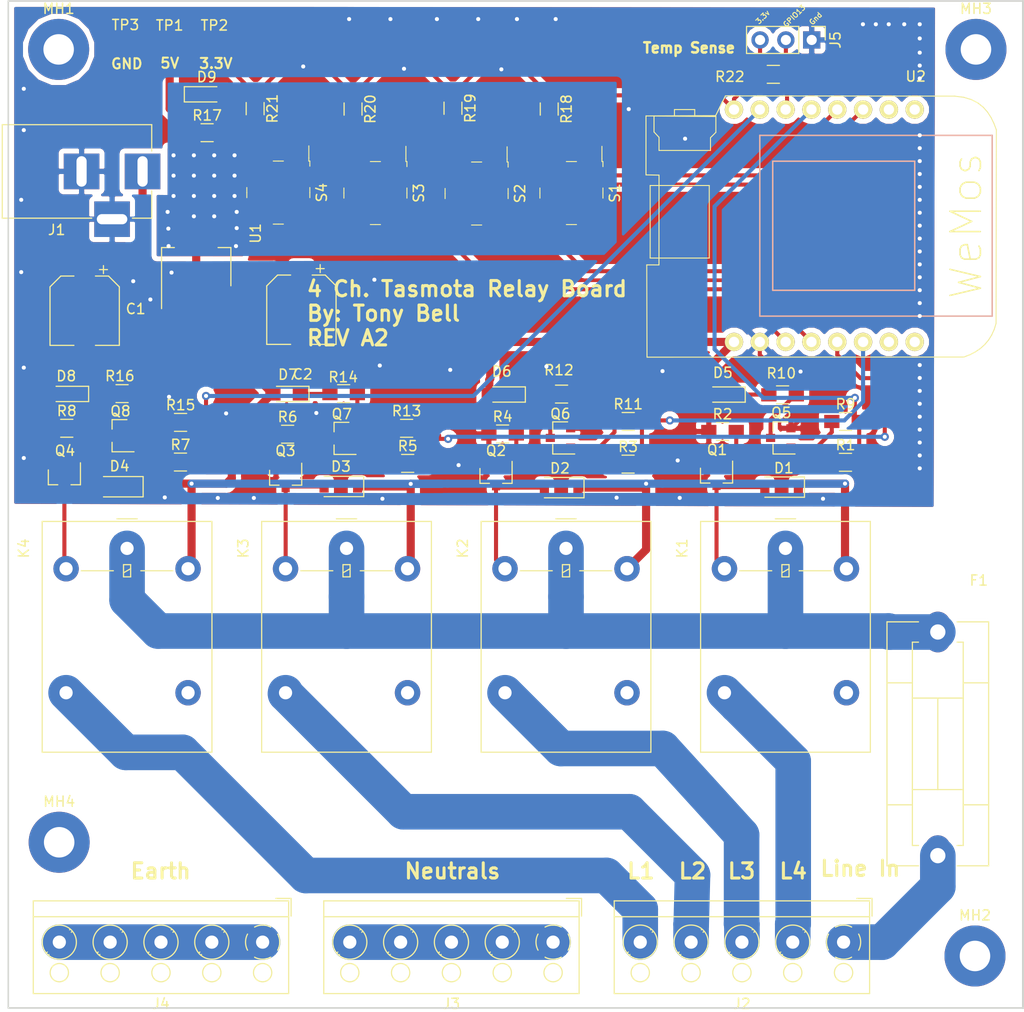
<source format=kicad_pcb>
(kicad_pcb (version 20171130) (host pcbnew "(5.0.0)")
  (layers (0 F.Cu signal) (31 B.Cu signal) (34 B.Paste user) (35 F.Paste user) (36 B.SilkS user) (37 F.SilkS user) (38 B.Mask user) (39 F.Mask user) (44 Edge.Cuts user))
  (net 0 "")
  (net 1 +5V)
  (net 2 GND)
  (net 3 "Net-(D1-Pad2)")
  (net 4 "Net-(Q1-Pad1)")
  (net 5 "Net-(D2-Pad2)")
  (net 6 "Net-(D3-Pad2)")
  (net 7 "Net-(D4-Pad2)")
  (net 8 "Net-(Q2-Pad1)")
  (net 9 "Net-(Q3-Pad1)")
  (net 10 "Net-(Q4-Pad1)")
  (net 11 Relay1)
  (net 12 Relay2)
  (net 13 Relay3)
  (net 14 Relay4)
  (net 15 L1)
  (net 16 LineIN)
  (net 17 L2)
  (net 18 L3)
  (net 19 L4)
  (net 20 Neutral)
  (net 21 Earth)
  (net 22 "Net-(K1-Pad4)")
  (net 23 "Net-(K2-Pad4)")
  (net 24 "Net-(K3-Pad4)")
  (net 25 "Net-(K4-Pad4)")
  (net 26 "Net-(U2-Pad8)")
  (net 27 "Net-(U2-Pad7)")
  (net 28 "Net-(U2-Pad10)")
  (net 29 "Net-(U2-Pad9)")
  (net 30 AC)
  (net 31 "Net-(Q8-Pad1)")
  (net 32 "Net-(D7-Pad1)")
  (net 33 "Net-(Q7-Pad3)")
  (net 34 "Net-(Q8-Pad3)")
  (net 35 "Net-(D8-Pad1)")
  (net 36 "Net-(Q5-Pad1)")
  (net 37 "Net-(Q5-Pad3)")
  (net 38 "Net-(D5-Pad1)")
  (net 39 "Net-(Q6-Pad1)")
  (net 40 "Net-(Q6-Pad3)")
  (net 41 "Net-(D6-Pad1)")
  (net 42 "Net-(Q7-Pad1)")
  (net 43 "Net-(D9-Pad2)")
  (net 44 /DC_IN)
  (net 45 "Net-(R19-Pad2)")
  (net 46 SW2)
  (net 47 SW0)
  (net 48 "Net-(R18-Pad2)")
  (net 49 "Net-(R21-Pad2)")
  (net 50 SW16)
  (net 51 SW14)
  (net 52 "Net-(R20-Pad2)")
  (net 53 +3V3)
  (net 54 OneWire)
  (net 55 "Net-(S4-Pad1)")
  (net 56 "Net-(S3-Pad1)")
  (net 57 "Net-(S2-Pad1)")
  (net 58 "Net-(S1-Pad1)")
  (module Measurement_Points:Measurement_Point_Round-SMD-Pad_Small (layer F.Cu) (at 101.30536 36.91128)
    (fp_text reference TP2 (at 0 -2) (layer F.SilkS))
    (fp_text value 3.3V)
    (pad 1 smd circle (at 0 0) (size 1.5 1.5) (layers F.Cu F.Mask) (net 53 +3V3))
  )
  (module Mounting_Holes:MountingHole_3mm_Pad (layer F.Cu) (at 86.0298 115.27028)
    (fp_text reference MH4 (at 0 -4) (layer F.SilkS))
    (fp_text value MountingHole)
    (pad 1 thru_hole circle (at 0 0) (size 6 6) (drill 3) (layers *.Cu *.Mask))
  )
  (module Mounting_Holes:MountingHole_3mm_Pad (layer F.Cu) (at 85.979 37.27196)
    (fp_text reference MH1 (at 0 -4) (layer F.SilkS))
    (fp_text value MountingHole)
    (pad 1 thru_hole circle (at 0 0) (size 6 6) (drill 3) (layers *.Cu *.Mask))
  )
  (module Mounting_Holes:MountingHole_3mm_Pad (layer F.Cu) (at 176.1236 126.45644)
    (fp_text reference MH2 (at 0 -4) (layer F.SilkS))
    (fp_text value MountingHole)
    (pad 1 thru_hole circle (at 0 0) (size 6 6) (drill 3) (layers *.Cu *.Mask))
  )
  (module Mounting_Holes:MountingHole_3mm_Pad (layer F.Cu) (at 176.22012 37.27196)
    (fp_text reference MH3 (at 0 -4) (layer F.SilkS))
    (fp_text value MountingHole)
    (pad 1 thru_hole circle (at 0 0) (size 6 6) (drill 3) (layers *.Cu *.Mask))
  )
  (module Measurement_Points:Measurement_Point_Round-SMD-Pad_Small (layer F.Cu) (at 92.55252 36.86556)
    (fp_text reference TP3 (at 0 -2) (layer F.SilkS))
    (fp_text value GND)
    (pad 1 smd circle (at 0 0) (size 1.5 1.5) (layers F.Cu F.Mask) (net 2 GND))
  )
  (module Measurement_Points:Measurement_Point_Round-SMD-Pad_Small (layer F.Cu) (at 96.901 36.91128)
    (fp_text reference TP1 (at 0 -2) (layer F.SilkS))
    (fp_text value 5V)
    (pad 1 smd circle (at 0 0) (size 1.5 1.5) (layers F.Cu F.Mask) (net 1 +5V))
  )
  (module Package_TO_SOT_SMD:SOT-23 (layer F.Cu) (at 113.83264 75.5396 180)
    (fp_text reference Q7 (at 0 2.39268) (layer F.SilkS))
    (fp_text value 2N7002)
    (pad 3 smd rect (at 1 0 180) (size 0.9 0.8) (layers F.Cu F.Paste F.Mask) (net 33 "Net-(Q7-Pad3)"))
    (pad 2 smd rect (at -1 0.95 180) (size 0.9 0.8) (layers F.Cu F.Paste F.Mask) (net 2 GND))
    (pad 1 smd rect (at -1 -0.95 180) (size 0.9 0.8) (layers F.Cu F.Paste F.Mask) (net 42 "Net-(Q7-Pad1)"))
  )
  (module Resistors_SMD:R_0805_HandSoldering (layer F.Cu) (at 120.20804 74.549)
    (fp_text reference R13 (at 0 -1.7) (layer F.SilkS))
    (fp_text value 1K)
    (pad 1 smd rect (at -1.35 0) (size 1.5 1.3) (layers F.Cu F.Paste F.Mask) (net 42 "Net-(Q7-Pad1)"))
    (pad 2 smd rect (at 1.35 0) (size 1.5 1.3) (layers F.Cu F.Paste F.Mask) (net 13 Relay3))
  )
  (module Resistors_SMD:R_0805_HandSoldering (layer F.Cu) (at 108.50372 75.12812)
    (fp_text reference R6 (at 0 -1.7) (layer F.SilkS))
    (fp_text value 10K)
    (pad 1 smd rect (at -1.35 0) (size 1.5 1.3) (layers F.Cu F.Paste F.Mask) (net 2 GND))
    (pad 2 smd rect (at 1.35 0) (size 1.5 1.3) (layers F.Cu F.Paste F.Mask) (net 9 "Net-(Q3-Pad1)"))
  )
  (module Resistors_SMD:R_0805_HandSoldering (layer F.Cu) (at 114.01552 71.13524 180)
    (fp_text reference R14 (at 0.04572 1.62052 180) (layer F.SilkS))
    (fp_text value 1K)
    (pad 1 smd rect (at -1.35 0 180) (size 1.5 1.3) (layers F.Cu F.Paste F.Mask) (net 33 "Net-(Q7-Pad3)"))
    (pad 2 smd rect (at 1.35 0 180) (size 1.5 1.3) (layers F.Cu F.Paste F.Mask) (net 32 "Net-(D7-Pad1)"))
  )
  (module LEDs:LED_0805_HandSoldering (layer F.Cu) (at 108.4072 71.16572 180)
    (fp_text reference D7 (at -0.13716 1.89992 180) (layer F.SilkS))
    (fp_text value LED)
    (pad 1 smd rect (at -1.35 0 180) (size 1.5 1.3) (layers F.Cu F.Paste F.Mask) (net 32 "Net-(D7-Pad1)"))
    (pad 2 smd rect (at 1.35 0 180) (size 1.5 1.3) (layers F.Cu F.Paste F.Mask) (net 1 +5V))
  )
  (module Resistors_SMD:R_0805_HandSoldering (layer F.Cu) (at 120.31472 77.99832)
    (fp_text reference R5 (at 0 -1.7) (layer F.SilkS))
    (fp_text value 1K)
    (pad 1 smd rect (at -1.35 0) (size 1.5 1.3) (layers F.Cu F.Paste F.Mask) (net 9 "Net-(Q3-Pad1)"))
    (pad 2 smd rect (at 1.35 0) (size 1.5 1.3) (layers F.Cu F.Paste F.Mask) (net 13 Relay3))
  )
  (module Diodes_SMD:D_SOD-123 (layer F.Cu) (at 113.7412 80.26908 180)
    (fp_text reference D3 (at -0.01016 1.96088 180) (layer F.SilkS))
    (fp_text value 1N4148)
    (pad 1 smd rect (at -1.65 0 180) (size 0.9 1.2) (layers F.Cu F.Paste F.Mask) (net 1 +5V))
    (pad 2 smd rect (at 1.65 0 180) (size 0.9 1.2) (layers F.Cu F.Paste F.Mask) (net 6 "Net-(D3-Pad2)"))
  )
  (module Package_TO_SOT_SMD:SOT-23 (layer F.Cu) (at 108.31068 79.38008 270)
    (fp_text reference Q3 (at -2.6162 0.02032) (layer F.SilkS))
    (fp_text value 2N7002)
    (pad 3 smd rect (at 1 0 270) (size 0.9 0.8) (layers F.Cu F.Paste F.Mask) (net 6 "Net-(D3-Pad2)"))
    (pad 2 smd rect (at -1 0.95 270) (size 0.9 0.8) (layers F.Cu F.Paste F.Mask) (net 2 GND))
    (pad 1 smd rect (at -1 -0.95 270) (size 0.9 0.8) (layers F.Cu F.Paste F.Mask) (net 9 "Net-(Q3-Pad1)"))
  )
  (module LEDs:LED_0805_HandSoldering (layer F.Cu) (at 86.72576 71.16572 180)
    (fp_text reference D8 (at 0 1.75768 180) (layer F.SilkS))
    (fp_text value LED)
    (pad 1 smd rect (at -1.35 0 180) (size 1.5 1.3) (layers F.Cu F.Paste F.Mask) (net 35 "Net-(D8-Pad1)"))
    (pad 2 smd rect (at 1.35 0 180) (size 1.5 1.3) (layers F.Cu F.Paste F.Mask) (net 1 +5V))
  )
  (module LEDs:LED_0805_HandSoldering (layer F.Cu) (at 100.54336 41.69156)
    (fp_text reference D9 (at 0 -1.7) (layer F.SilkS))
    (fp_text value LED)
    (pad 1 smd rect (at -1.35 0) (size 1.5 1.3) (layers F.Cu F.Paste F.Mask) (net 2 GND))
    (pad 2 smd rect (at 1.35 0) (size 1.5 1.3) (layers F.Cu F.Paste F.Mask) (net 43 "Net-(D9-Pad2)"))
  )
  (module digikey-footprints:Switch_Tactile_SMD_6x6mm_PTS645 (layer F.Cu) (at 136.4234 51.40452 270)
    (fp_text reference S1 (at 0 -4.27 270) (layer F.SilkS))
    (fp_text value PTS645SM43SMTR92_LFS)
    (pad 4 smd rect (at 3.975 2.25 270) (size 1.55 1.3) (layers F.Cu F.Paste F.Mask) (net 47 SW0))
    (pad 3 smd rect (at -3.975 2.25 270) (size 1.55 1.3) (layers F.Cu F.Paste F.Mask) (net 48 "Net-(R18-Pad2)"))
    (pad 2 smd rect (at 3.975 -2.25 270) (size 1.55 1.3) (layers F.Cu F.Paste F.Mask) (net 2 GND))
    (pad 1 smd rect (at -3.975 -2.25 270) (size 1.55 1.3) (layers F.Cu F.Paste F.Mask) (net 58 "Net-(S1-Pad1)"))
  )
  (module Diodes_SMD:D_SOD-123 (layer F.Cu) (at 157.099 80.33004 180)
    (fp_text reference D1 (at -0.22352 1.86436 180) (layer F.SilkS))
    (fp_text value 1N4148)
    (pad 1 smd rect (at -1.65 0 180) (size 0.9 1.2) (layers F.Cu F.Paste F.Mask) (net 1 +5V))
    (pad 2 smd rect (at 1.65 0 180) (size 0.9 1.2) (layers F.Cu F.Paste F.Mask) (net 3 "Net-(D1-Pad2)"))
  )
  (module Diodes_SMD:D_SOD-123 (layer F.Cu) (at 135.41248 80.38084 180)
    (fp_text reference D2 (at 0.11684 1.89992 180) (layer F.SilkS))
    (fp_text value 1N4148)
    (pad 1 smd rect (at -1.65 0 180) (size 0.9 1.2) (layers F.Cu F.Paste F.Mask) (net 1 +5V))
    (pad 2 smd rect (at 1.65 0 180) (size 0.9 1.2) (layers F.Cu F.Paste F.Mask) (net 5 "Net-(D2-Pad2)"))
  )
  (module Diodes_SMD:D_SOD-123 (layer F.Cu) (at 92.03944 80.29448 180)
    (fp_text reference D4 (at 0.07112 2.02184 180) (layer F.SilkS))
    (fp_text value 1N4148)
    (pad 1 smd rect (at -1.65 0 180) (size 0.9 1.2) (layers F.Cu F.Paste F.Mask) (net 1 +5V))
    (pad 2 smd rect (at 1.65 0 180) (size 0.9 1.2) (layers F.Cu F.Paste F.Mask) (net 7 "Net-(D4-Pad2)"))
  )
  (module digikey-footprints:Switch_Tactile_SMD_6x6mm_PTS645 (layer F.Cu) (at 117.13972 51.40452 270)
    (fp_text reference S3 (at 0 -4.27 270) (layer F.SilkS))
    (fp_text value PTS645SM43SMTR92_LFS)
    (pad 4 smd rect (at 3.975 2.25 270) (size 1.55 1.3) (layers F.Cu F.Paste F.Mask) (net 51 SW14))
    (pad 3 smd rect (at -3.975 2.25 270) (size 1.55 1.3) (layers F.Cu F.Paste F.Mask) (net 52 "Net-(R20-Pad2)"))
    (pad 2 smd rect (at 3.975 -2.25 270) (size 1.55 1.3) (layers F.Cu F.Paste F.Mask) (net 2 GND))
    (pad 1 smd rect (at -3.975 -2.25 270) (size 1.55 1.3) (layers F.Cu F.Paste F.Mask) (net 56 "Net-(S3-Pad1)"))
  )
  (module digikey-footprints:Switch_Tactile_SMD_6x6mm_PTS645 (layer F.Cu) (at 107.58932 51.3588 270)
    (fp_text reference S4 (at 0 -4.27 270) (layer F.SilkS))
    (fp_text value PTS645SM43SMTR92_LFS)
    (pad 4 smd rect (at 3.975 2.25 270) (size 1.55 1.3) (layers F.Cu F.Paste F.Mask) (net 50 SW16))
    (pad 3 smd rect (at -3.975 2.25 270) (size 1.55 1.3) (layers F.Cu F.Paste F.Mask) (net 49 "Net-(R21-Pad2)"))
    (pad 2 smd rect (at 3.975 -2.25 270) (size 1.55 1.3) (layers F.Cu F.Paste F.Mask) (net 2 GND))
    (pad 1 smd rect (at -3.975 -2.25 270) (size 1.55 1.3) (layers F.Cu F.Paste F.Mask) (net 55 "Net-(S4-Pad1)"))
  )
  (module digikey-footprints:Switch_Tactile_SMD_6x6mm_PTS645 (layer F.Cu) (at 127.09652 51.45024 270)
    (fp_text reference S2 (at 0 -4.27 270) (layer F.SilkS))
    (fp_text value PTS645SM43SMTR92_LFS)
    (pad 4 smd rect (at 3.975 2.25 270) (size 1.55 1.3) (layers F.Cu F.Paste F.Mask) (net 46 SW2))
    (pad 3 smd rect (at -3.975 2.25 270) (size 1.55 1.3) (layers F.Cu F.Paste F.Mask) (net 45 "Net-(R19-Pad2)"))
    (pad 2 smd rect (at 3.975 -2.25 270) (size 1.55 1.3) (layers F.Cu F.Paste F.Mask) (net 2 GND))
    (pad 1 smd rect (at -3.975 -2.25 270) (size 1.55 1.3) (layers F.Cu F.Paste F.Mask) (net 57 "Net-(S2-Pad1)"))
  )
  (module Fuse_Holders_and_Fuses:Fuseholder5x20_horiz_SemiClosed_Casing10x25mm (layer F.Cu) (at 172.466 116.586 90)
    (fp_text reference F1 (at 27.07132 4.02844 180) (layer F.SilkS))
    (fp_text value "Fuse 5A")
    (pad 2 thru_hole oval (at 22 0) (size 2.5 4) (drill 1.5) (layers *.Cu *.Mask) (net 16 LineIN))
    (pad 1 thru_hole oval (at 0 0) (size 2.5 4) (drill 1.5) (layers *.Cu *.Mask) (net 30 AC))
  )
  (module Connectors:BARREL_JACK (layer F.Cu) (at 94.234 49.276)
    (fp_text reference J1 (at -8.45 5.75 -180) (layer F.SilkS))
    (fp_text value Barrel_Jack_Switch)
    (pad 1 thru_hole rect (at 0 0) (size 3.5 3.5) (drill oval 1 3) (layers *.Cu *.Mask) (net 44 /DC_IN))
    (pad 2 thru_hole rect (at -6 0) (size 3.5 3.5) (drill oval 1 3) (layers *.Cu *.Mask) (net 2 GND))
    (pad 3 thru_hole rect (at -3 4.7) (size 3.5 3.5) (drill oval 3 1) (layers *.Cu *.Mask) (net 2 GND))
  )
  (module LEDs:LED_0805_HandSoldering (layer F.Cu) (at 151.32304 71.22668 180)
    (fp_text reference D5 (at 0.00508 2.14884 180) (layer F.SilkS))
    (fp_text value LED)
    (pad 1 smd rect (at -1.35 0 180) (size 1.5 1.3) (layers F.Cu F.Paste F.Mask) (net 38 "Net-(D5-Pad1)"))
    (pad 2 smd rect (at 1.35 0 180) (size 1.5 1.3) (layers F.Cu F.Paste F.Mask) (net 1 +5V))
  )
  (module LEDs:LED_0805_HandSoldering (layer F.Cu) (at 129.6924 71.2216 180)
    (fp_text reference D6 (at 0.127 2.26568 180) (layer F.SilkS))
    (fp_text value LED)
    (pad 1 smd rect (at -1.35 0 180) (size 1.5 1.3) (layers F.Cu F.Paste F.Mask) (net 41 "Net-(D6-Pad1)"))
    (pad 2 smd rect (at 1.35 0 180) (size 1.5 1.3) (layers F.Cu F.Paste F.Mask) (net 1 +5V))
  )
  (module Resistors_SMD:R_0805_HandSoldering (layer F.Cu) (at 163.38296 77.89164)
    (fp_text reference R1 (at 0 -1.7) (layer F.SilkS))
    (fp_text value 1K)
    (pad 1 smd rect (at -1.35 0) (size 1.5 1.3) (layers F.Cu F.Paste F.Mask) (net 4 "Net-(Q1-Pad1)"))
    (pad 2 smd rect (at 1.35 0) (size 1.5 1.3) (layers F.Cu F.Paste F.Mask) (net 11 Relay1))
  )
  (module Resistors_SMD:R_0805_HandSoldering (layer F.Cu) (at 151.28748 74.85888)
    (fp_text reference R2 (at 0 -1.7) (layer F.SilkS))
    (fp_text value 10K)
    (pad 1 smd rect (at -1.35 0) (size 1.5 1.3) (layers F.Cu F.Paste F.Mask) (net 2 GND))
    (pad 2 smd rect (at 1.35 0) (size 1.5 1.3) (layers F.Cu F.Paste F.Mask) (net 4 "Net-(Q1-Pad1)"))
  )
  (module Resistors_SMD:R_0805_HandSoldering (layer F.Cu) (at 141.99744 78.06944)
    (fp_text reference R3 (at 0 -1.7) (layer F.SilkS))
    (fp_text value 1K)
    (pad 1 smd rect (at -1.35 0) (size 1.5 1.3) (layers F.Cu F.Paste F.Mask) (net 8 "Net-(Q2-Pad1)"))
    (pad 2 smd rect (at 1.35 0) (size 1.5 1.3) (layers F.Cu F.Paste F.Mask) (net 12 Relay2))
  )
  (module Resistors_SMD:R_0805_HandSoldering (layer F.Cu) (at 129.65176 75.10272)
    (fp_text reference R4 (at 0 -1.7) (layer F.SilkS))
    (fp_text value 10K)
    (pad 1 smd rect (at -1.35 0) (size 1.5 1.3) (layers F.Cu F.Paste F.Mask) (net 2 GND))
    (pad 2 smd rect (at 1.35 0) (size 1.5 1.3) (layers F.Cu F.Paste F.Mask) (net 8 "Net-(Q2-Pad1)"))
  )
  (module Resistors_SMD:R_0805_HandSoldering (layer F.Cu) (at 97.96272 77.86624)
    (fp_text reference R7 (at 0 -1.7) (layer F.SilkS))
    (fp_text value 1K)
    (pad 1 smd rect (at -1.35 0) (size 1.5 1.3) (layers F.Cu F.Paste F.Mask) (net 10 "Net-(Q4-Pad1)"))
    (pad 2 smd rect (at 1.35 0) (size 1.5 1.3) (layers F.Cu F.Paste F.Mask) (net 14 Relay4))
  )
  (module Resistors_SMD:R_0805_HandSoldering (layer F.Cu) (at 86.77656 74.54392)
    (fp_text reference R8 (at 0 -1.7) (layer F.SilkS))
    (fp_text value 10K)
    (pad 1 smd rect (at -1.35 0) (size 1.5 1.3) (layers F.Cu F.Paste F.Mask) (net 2 GND))
    (pad 2 smd rect (at 1.35 0) (size 1.5 1.3) (layers F.Cu F.Paste F.Mask) (net 10 "Net-(Q4-Pad1)"))
  )
  (module Resistors_SMD:R_0805_HandSoldering (layer F.Cu) (at 163.38804 73.87336)
    (fp_text reference R9 (at 0 -1.7) (layer F.SilkS))
    (fp_text value 1K)
    (pad 1 smd rect (at -1.35 0) (size 1.5 1.3) (layers F.Cu F.Paste F.Mask) (net 36 "Net-(Q5-Pad1)"))
    (pad 2 smd rect (at 1.35 0) (size 1.5 1.3) (layers F.Cu F.Paste F.Mask) (net 11 Relay1))
  )
  (module Resistors_SMD:R_0805_HandSoldering (layer F.Cu) (at 157.19552 71.25208 180)
    (fp_text reference R10 (at 0.127 2.11836 180) (layer F.SilkS))
    (fp_text value 1K)
    (pad 1 smd rect (at -1.35 0 180) (size 1.5 1.3) (layers F.Cu F.Paste F.Mask) (net 37 "Net-(Q5-Pad3)"))
    (pad 2 smd rect (at 1.35 0 180) (size 1.5 1.3) (layers F.Cu F.Paste F.Mask) (net 38 "Net-(D5-Pad1)"))
  )
  (module Resistors_SMD:R_0805_HandSoldering (layer F.Cu) (at 142.0114 73.87336)
    (fp_text reference R11 (at 0 -1.7) (layer F.SilkS))
    (fp_text value 1K)
    (pad 1 smd rect (at -1.35 0) (size 1.5 1.3) (layers F.Cu F.Paste F.Mask) (net 39 "Net-(Q6-Pad1)"))
    (pad 2 smd rect (at 1.35 0) (size 1.5 1.3) (layers F.Cu F.Paste F.Mask) (net 12 Relay2))
  )
  (module Resistors_SMD:R_0805_HandSoldering (layer F.Cu) (at 135.45312 71.18096 180)
    (fp_text reference R12 (at 0.26416 2.35712 180) (layer F.SilkS))
    (fp_text value 1K)
    (pad 1 smd rect (at -1.35 0 180) (size 1.5 1.3) (layers F.Cu F.Paste F.Mask) (net 40 "Net-(Q6-Pad3)"))
    (pad 2 smd rect (at 1.35 0 180) (size 1.5 1.3) (layers F.Cu F.Paste F.Mask) (net 41 "Net-(D6-Pad1)"))
  )
  (module Resistors_SMD:R_0805_HandSoldering (layer F.Cu) (at 97.97288 73.9648)
    (fp_text reference R15 (at 0 -1.7) (layer F.SilkS))
    (fp_text value 1K)
    (pad 1 smd rect (at -1.35 0) (size 1.5 1.3) (layers F.Cu F.Paste F.Mask) (net 31 "Net-(Q8-Pad1)"))
    (pad 2 smd rect (at 1.35 0) (size 1.5 1.3) (layers F.Cu F.Paste F.Mask) (net 14 Relay4))
  )
  (module Resistors_SMD:R_0805_HandSoldering (layer F.Cu) (at 92.21724 71.13524 180)
    (fp_text reference R16 (at 0.21844 1.7272 180) (layer F.SilkS))
    (fp_text value 1K)
    (pad 1 smd rect (at -1.35 0 180) (size 1.5 1.3) (layers F.Cu F.Paste F.Mask) (net 34 "Net-(Q8-Pad3)"))
    (pad 2 smd rect (at 1.35 0 180) (size 1.5 1.3) (layers F.Cu F.Paste F.Mask) (net 35 "Net-(D8-Pad1)"))
  )
  (module Resistors_SMD:R_0805_HandSoldering (layer F.Cu) (at 100.584 45.466)
    (fp_text reference R17 (at 0 -1.7) (layer F.SilkS))
    (fp_text value 1K)
    (pad 1 smd rect (at -1.35 0) (size 1.5 1.3) (layers F.Cu F.Paste F.Mask) (net 1 +5V))
    (pad 2 smd rect (at 1.35 0) (size 1.5 1.3) (layers F.Cu F.Paste F.Mask) (net 43 "Net-(D9-Pad2)"))
  )
  (module Resistors_SMD:R_0805_HandSoldering (layer F.Cu) (at 134.239 43.13936 270)
    (fp_text reference R18 (at 0 -1.7 270) (layer F.SilkS))
    (fp_text value 1K)
    (pad 1 smd rect (at -1.35 0 270) (size 1.5 1.3) (layers F.Cu F.Paste F.Mask) (net 53 +3V3))
    (pad 2 smd rect (at 1.35 0 270) (size 1.5 1.3) (layers F.Cu F.Paste F.Mask) (net 48 "Net-(R18-Pad2)"))
  )
  (module Resistors_SMD:R_0805_HandSoldering (layer F.Cu) (at 124.76988 43.05808 270)
    (fp_text reference R19 (at 0 -1.7 270) (layer F.SilkS))
    (fp_text value 1K)
    (pad 1 smd rect (at -1.35 0 270) (size 1.5 1.3) (layers F.Cu F.Paste F.Mask) (net 53 +3V3))
    (pad 2 smd rect (at 1.35 0 270) (size 1.5 1.3) (layers F.Cu F.Paste F.Mask) (net 45 "Net-(R19-Pad2)"))
  )
  (module Resistors_SMD:R_0805_HandSoldering (layer F.Cu) (at 114.94008 43.13936 270)
    (fp_text reference R20 (at 0 -1.7 270) (layer F.SilkS))
    (fp_text value 1K)
    (pad 1 smd rect (at -1.35 0 270) (size 1.5 1.3) (layers F.Cu F.Paste F.Mask) (net 53 +3V3))
    (pad 2 smd rect (at 1.35 0 270) (size 1.5 1.3) (layers F.Cu F.Paste F.Mask) (net 52 "Net-(R20-Pad2)"))
  )
  (module Resistors_SMD:R_0805_HandSoldering (layer F.Cu) (at 105.3084 43.09872 270)
    (fp_text reference R21 (at 0 -1.7 270) (layer F.SilkS))
    (fp_text value 1K)
    (pad 1 smd rect (at -1.35 0 270) (size 1.5 1.3) (layers F.Cu F.Paste F.Mask) (net 53 +3V3))
    (pad 2 smd rect (at 1.35 0 270) (size 1.5 1.3) (layers F.Cu F.Paste F.Mask) (net 49 "Net-(R21-Pad2)"))
  )
  (module Resistors_SMD:R_0805_HandSoldering (layer F.Cu) (at 156.2862 39.7256)
    (fp_text reference R22 (at -4.28244 0.23368) (layer F.SilkS))
    (fp_text value 4.7K)
    (pad 1 smd rect (at -1.35 0) (size 1.5 1.3) (layers F.Cu F.Paste F.Mask) (net 53 +3V3))
    (pad 2 smd rect (at 1.35 0) (size 1.5 1.3) (layers F.Cu F.Paste F.Mask) (net 54 OneWire))
  )
  (module Connector_PinHeader_2.54mm:PinHeader_1x03_P2.54mm_Vertical (layer F.Cu) (at 160.06064 36.34232 270)
    (fp_text reference J5 (at 0 -2.33 270) (layer F.SilkS))
    (fp_text value Conn_01x03_Male)
    (pad 1 thru_hole rect (at 0 0 270) (size 1.7 1.7) (drill 1) (layers *.Cu *.Mask) (net 2 GND))
    (pad 2 thru_hole oval (at 0 2.54 270) (size 1.7 1.7) (drill 1) (layers *.Cu *.Mask) (net 54 OneWire))
    (pad 3 thru_hole oval (at 0 5.08 270) (size 1.7 1.7) (drill 1) (layers *.Cu *.Mask) (net 53 +3V3))
  )
  (module Package_TO_SOT_SMD:SOT-23 (layer F.Cu) (at 157.01772 75.49388 180)
    (fp_text reference Q5 (at -0.0508 2.46888 180) (layer F.SilkS))
    (fp_text value 2N7002)
    (pad 1 smd rect (at -1 -0.95 180) (size 0.9 0.8) (layers F.Cu F.Paste F.Mask) (net 36 "Net-(Q5-Pad1)"))
    (pad 2 smd rect (at -1 0.95 180) (size 0.9 0.8) (layers F.Cu F.Paste F.Mask) (net 2 GND))
    (pad 3 smd rect (at 1 0 180) (size 0.9 0.8) (layers F.Cu F.Paste F.Mask) (net 37 "Net-(Q5-Pad3)"))
  )
  (module Package_TO_SOT_SMD:SOT-23 (layer F.Cu) (at 135.34644 75.49388 180)
    (fp_text reference Q6 (at 0.01016 2.36728 180) (layer F.SilkS))
    (fp_text value 2N7002)
    (pad 3 smd rect (at 1 0 180) (size 0.9 0.8) (layers F.Cu F.Paste F.Mask) (net 40 "Net-(Q6-Pad3)"))
    (pad 2 smd rect (at -1 0.95 180) (size 0.9 0.8) (layers F.Cu F.Paste F.Mask) (net 2 GND))
    (pad 1 smd rect (at -1 -0.95 180) (size 0.9 0.8) (layers F.Cu F.Paste F.Mask) (net 39 "Net-(Q6-Pad1)"))
  )
  (module Package_TO_SOT_SMD:SOT-23 (layer F.Cu) (at 91.99372 75.27544 180)
    (fp_text reference Q8 (at -0.06604 2.413) (layer F.SilkS))
    (fp_text value 2N7002)
    (pad 1 smd rect (at -1 -0.95 180) (size 0.9 0.8) (layers F.Cu F.Paste F.Mask) (net 31 "Net-(Q8-Pad1)"))
    (pad 2 smd rect (at -1 0.95 180) (size 0.9 0.8) (layers F.Cu F.Paste F.Mask) (net 2 GND))
    (pad 3 smd rect (at 1 0 180) (size 0.9 0.8) (layers F.Cu F.Paste F.Mask) (net 34 "Net-(Q8-Pad3)"))
  )
  (module Capacitor_SMD:CP_Elec_6.3x9.9 (layer F.Cu) (at 109.86008 62.88024 270)
    (fp_text reference C2 (at 6.35 -0.127) (layer F.SilkS))
    (fp_text value 22uF)
    (pad 2 smd rect (at 2.8 0 270) (size 3.5 1.6) (layers F.Cu F.Paste F.Mask) (net 2 GND))
    (pad 1 smd rect (at -2.8 0 270) (size 3.5 1.6) (layers F.Cu F.Paste F.Mask) (net 1 +5V))
  )
  (module Capacitor_SMD:CP_Elec_6.3x9.9 (layer F.Cu) (at 88.53932 62.97676 270)
    (fp_text reference C1 (at -0.17272 -5.01904) (layer F.SilkS))
    (fp_text value 10uF)
    (pad 1 smd rect (at -2.8 0 270) (size 3.5 1.6) (layers F.Cu F.Paste F.Mask) (net 44 /DC_IN))
    (pad 2 smd rect (at 2.8 0 270) (size 3.5 1.6) (layers F.Cu F.Paste F.Mask) (net 2 GND))
  )
  (module Package_TO_SOT_SMD:SOT-23 (layer F.Cu) (at 150.6982 79.1718 270)
    (fp_text reference Q1 (at -2.50952 -0.05588) (layer F.SilkS))
    (fp_text value 2N7002)
    (pad 1 smd rect (at -1 -0.95 270) (size 0.9 0.8) (layers F.Cu F.Paste F.Mask) (net 4 "Net-(Q1-Pad1)"))
    (pad 2 smd rect (at -1 0.95 270) (size 0.9 0.8) (layers F.Cu F.Paste F.Mask) (net 2 GND))
    (pad 3 smd rect (at 1 0 270) (size 0.9 0.8) (layers F.Cu F.Paste F.Mask) (net 3 "Net-(D1-Pad2)"))
  )
  (module Package_TO_SOT_SMD:SOT-223-3_TabPin2 (layer F.Cu) (at 99.51212 58.674 90)
    (fp_text reference U1 (at 3.302 5.842 90) (layer F.SilkS))
    (fp_text value AP1117-50)
    (pad 2 smd rect (at 3.15 0 90) (size 2 3.8) (layers F.Cu F.Paste F.Mask) (net 1 +5V))
    (pad 2 smd rect (at -3.15 0 90) (size 2 1.5) (layers F.Cu F.Paste F.Mask) (net 1 +5V))
    (pad 3 smd rect (at -3.15 2.3 90) (size 2 1.5) (layers F.Cu F.Paste F.Mask) (net 44 /DC_IN))
    (pad 1 smd rect (at -3.15 -2.3 90) (size 2 1.5) (layers F.Cu F.Paste F.Mask) (net 2 GND))
  )
  (module Relay_THT:Relay_SPDT_Omron-G5LE-1 (layer F.Cu) (at 157.48 86.36)
    (fp_text reference K1 (at -10.16 0 90) (layer F.SilkS))
    (fp_text value G5LE-1)
    (pad 5 thru_hole oval (at 6 2) (size 2.5 2.5) (drill 1.3) (layers *.Cu *.Mask) (net 1 +5V))
    (pad 4 thru_hole oval (at 6 14.2) (size 2.5 2.5) (drill 1.3) (layers *.Cu *.Mask) (net 22 "Net-(K1-Pad4)"))
    (pad 3 thru_hole oval (at -6 14.2) (size 2.5 2.5) (drill 1.3) (layers *.Cu *.Mask) (net 15 L1))
    (pad 2 thru_hole oval (at -6 2) (size 2.5 2.5) (drill 1.3) (layers *.Cu *.Mask) (net 3 "Net-(D1-Pad2)"))
    (pad 1 thru_hole rect (at 0 0) (size 2.5 2.5) (drill 1.3) (layers *.Cu *.Mask) (net 16 LineIN))
  )
  (module Relay_THT:Relay_SPDT_Omron-G5LE-1 (layer F.Cu) (at 135.89 86.36)
    (fp_text reference K2 (at -10.16 0 90) (layer F.SilkS))
    (fp_text value G5LE-1)
    (pad 1 thru_hole rect (at 0 0) (size 2.5 2.5) (drill 1.3) (layers *.Cu *.Mask) (net 16 LineIN))
    (pad 2 thru_hole oval (at -6 2) (size 2.5 2.5) (drill 1.3) (layers *.Cu *.Mask) (net 5 "Net-(D2-Pad2)"))
    (pad 3 thru_hole oval (at -6 14.2) (size 2.5 2.5) (drill 1.3) (layers *.Cu *.Mask) (net 17 L2))
    (pad 4 thru_hole oval (at 6 14.2) (size 2.5 2.5) (drill 1.3) (layers *.Cu *.Mask) (net 23 "Net-(K2-Pad4)"))
    (pad 5 thru_hole oval (at 6 2) (size 2.5 2.5) (drill 1.3) (layers *.Cu *.Mask) (net 1 +5V))
  )
  (module Relay_THT:Relay_SPDT_Omron-G5LE-1 (layer F.Cu) (at 114.3 86.36)
    (fp_text reference K3 (at -10.16 0 90) (layer F.SilkS))
    (fp_text value G5LE-1)
    (pad 5 thru_hole oval (at 6 2) (size 2.5 2.5) (drill 1.3) (layers *.Cu *.Mask) (net 1 +5V))
    (pad 4 thru_hole oval (at 6 14.2) (size 2.5 2.5) (drill 1.3) (layers *.Cu *.Mask) (net 24 "Net-(K3-Pad4)"))
    (pad 3 thru_hole oval (at -6 14.2) (size 2.5 2.5) (drill 1.3) (layers *.Cu *.Mask) (net 18 L3))
    (pad 2 thru_hole oval (at -6 2) (size 2.5 2.5) (drill 1.3) (layers *.Cu *.Mask) (net 6 "Net-(D3-Pad2)"))
    (pad 1 thru_hole rect (at 0 0) (size 2.5 2.5) (drill 1.3) (layers *.Cu *.Mask) (net 16 LineIN))
  )
  (module Relay_THT:Relay_SPDT_Omron-G5LE-1 (layer F.Cu) (at 92.71 86.36)
    (fp_text reference K4 (at -10.16 0 90) (layer F.SilkS))
    (fp_text value G5LE-1)
    (pad 1 thru_hole rect (at 0 0) (size 2.5 2.5) (drill 1.3) (layers *.Cu *.Mask) (net 16 LineIN))
    (pad 2 thru_hole oval (at -6 2) (size 2.5 2.5) (drill 1.3) (layers *.Cu *.Mask) (net 7 "Net-(D4-Pad2)"))
    (pad 3 thru_hole oval (at -6 14.2) (size 2.5 2.5) (drill 1.3) (layers *.Cu *.Mask) (net 19 L4))
    (pad 4 thru_hole oval (at 6 14.2) (size 2.5 2.5) (drill 1.3) (layers *.Cu *.Mask) (net 25 "Net-(K4-Pad4)"))
    (pad 5 thru_hole oval (at 6 2) (size 2.5 2.5) (drill 1.3) (layers *.Cu *.Mask) (net 1 +5V))
  )
  (module Package_TO_SOT_SMD:SOT-23 (layer F.Cu) (at 129.00604 79.20228 270)
    (fp_text reference Q2 (at -2.45364 -0.00056) (layer F.SilkS))
    (fp_text value 2N7002)
    (pad 1 smd rect (at -1 -0.95 270) (size 0.9 0.8) (layers F.Cu F.Paste F.Mask) (net 8 "Net-(Q2-Pad1)"))
    (pad 2 smd rect (at -1 0.95 270) (size 0.9 0.8) (layers F.Cu F.Paste F.Mask) (net 2 GND))
    (pad 3 smd rect (at 1 0 270) (size 0.9 0.8) (layers F.Cu F.Paste F.Mask) (net 5 "Net-(D2-Pad2)"))
  )
  (module Package_TO_SOT_SMD:SOT-23 (layer F.Cu) (at 86.54288 79.33944 270)
    (fp_text reference Q4 (at -2.58572 -0.05588) (layer F.SilkS))
    (fp_text value 2N7002)
    (pad 1 smd rect (at -1 -0.95 270) (size 0.9 0.8) (layers F.Cu F.Paste F.Mask) (net 10 "Net-(Q4-Pad1)"))
    (pad 2 smd rect (at -1 0.95 270) (size 0.9 0.8) (layers F.Cu F.Paste F.Mask) (net 2 GND))
    (pad 3 smd rect (at 1 0 270) (size 0.9 0.8) (layers F.Cu F.Paste F.Mask) (net 7 "Net-(D4-Pad2)"))
  )
  (module TerminalBlock_RND:TerminalBlock_RND_205-00004_1x05_P5.00mm_Horizontal (layer F.Cu) (at 163.195 125.095 180)
    (fp_text reference J2 (at 10 -6.06 180) (layer F.SilkS))
    (fp_text value Live)
    (pad 1 thru_hole rect (at 0 0 180) (size 2.5 2.5) (drill 1.3) (layers *.Cu *.Mask) (net 30 AC))
    (pad 2 thru_hole circle (at 5 0 180) (size 2.5 2.5) (drill 1.3) (layers *.Cu *.Mask) (net 15 L1))
    (pad 3 thru_hole circle (at 10 0 180) (size 2.5 2.5) (drill 1.3) (layers *.Cu *.Mask) (net 17 L2))
    (pad 4 thru_hole circle (at 15 0 180) (size 2.5 2.5) (drill 1.3) (layers *.Cu *.Mask) (net 18 L3))
    (pad 5 thru_hole circle (at 20 0 180) (size 2.5 2.5) (drill 1.3) (layers *.Cu *.Mask) (net 19 L4))
  )
  (module TerminalBlock_RND:TerminalBlock_RND_205-00004_1x05_P5.00mm_Horizontal (layer F.Cu) (at 134.62 125.095 180)
    (fp_text reference J3 (at 10 -6.06 180) (layer F.SilkS))
    (fp_text value Neutrals)
    (pad 5 thru_hole circle (at 20 0 180) (size 2.5 2.5) (drill 1.3) (layers *.Cu *.Mask) (net 20 Neutral))
    (pad 4 thru_hole circle (at 15 0 180) (size 2.5 2.5) (drill 1.3) (layers *.Cu *.Mask) (net 20 Neutral))
    (pad 3 thru_hole circle (at 10 0 180) (size 2.5 2.5) (drill 1.3) (layers *.Cu *.Mask) (net 20 Neutral))
    (pad 2 thru_hole circle (at 5 0 180) (size 2.5 2.5) (drill 1.3) (layers *.Cu *.Mask) (net 20 Neutral))
    (pad 1 thru_hole rect (at 0 0 180) (size 2.5 2.5) (drill 1.3) (layers *.Cu *.Mask) (net 20 Neutral))
  )
  (module TerminalBlock_RND:TerminalBlock_RND_205-00004_1x05_P5.00mm_Horizontal (layer F.Cu) (at 106.045 125.095 180)
    (fp_text reference J4 (at 10 -6.06 180) (layer F.SilkS))
    (fp_text value Earths)
    (pad 1 thru_hole rect (at 0 0 180) (size 2.5 2.5) (drill 1.3) (layers *.Cu *.Mask) (net 21 Earth))
    (pad 2 thru_hole circle (at 5 0 180) (size 2.5 2.5) (drill 1.3) (layers *.Cu *.Mask) (net 21 Earth))
    (pad 3 thru_hole circle (at 10 0 180) (size 2.5 2.5) (drill 1.3) (layers *.Cu *.Mask) (net 21 Earth))
    (pad 4 thru_hole circle (at 15 0 180) (size 2.5 2.5) (drill 1.3) (layers *.Cu *.Mask) (net 21 Earth))
    (pad 5 thru_hole circle (at 20 0 180) (size 2.5 2.5) (drill 1.3) (layers *.Cu *.Mask) (net 21 Earth))
  )
  (module My_Component_Footprints:Wemos_D1_mini_board-flipped (layer F.Cu) (at 163.03244 53.42636 270)
    (fp_text reference U2 (at -13.49248 -7.25932) (layer F.SilkS))
    (fp_text value Wemos_D1_Mini_wide)
    (fp_text user WeMos (at 1.1938 -12.2428 270) (layer F.SilkS) (effects (font (size 3 3))))
    (pad 8 thru_hole circle (at 12.6238 -7.1628 270) (size 1.8 1.8) (drill 1.016) (layers *.Cu *.Mask F.SilkS) (net 26 "Net-(U2-Pad8)"))
    (pad 7 thru_hole circle (at 12.6238 -4.6228 270) (size 1.8 1.8) (drill 1.016) (layers *.Cu *.Mask F.SilkS) (net 27 "Net-(U2-Pad7)"))
    (pad 6 thru_hole circle (at 12.6238 -2.0828 270) (size 1.8 1.8) (drill 1.016) (layers *.Cu *.Mask F.SilkS) (net 12 Relay2))
    (pad 5 thru_hole circle (at 12.6238 0.4572 270) (size 1.8 1.8) (drill 1.016) (layers *.Cu *.Mask F.SilkS) (net 13 Relay3))
    (pad 4 thru_hole circle (at 12.6238 2.9972 270) (size 1.8 1.8) (drill 1.016) (layers *.Cu *.Mask F.SilkS) (net 47 SW0))
    (pad 3 thru_hole circle (at 12.6238 5.5372 270) (size 1.8 1.8) (drill 1.016) (layers *.Cu *.Mask F.SilkS) (net 46 SW2))
    (pad 2 thru_hole circle (at 12.6238 8.0772 270) (size 1.8 1.8) (drill 1.016) (layers *.Cu *.Mask F.SilkS) (net 2 GND))
    (pad 1 thru_hole circle (at 12.6238 10.6172 270) (size 1.8 1.8) (drill 1.016) (layers *.Cu *.Mask F.SilkS) (net 1 +5V))
    (pad 16 thru_hole circle (at -10.2362 10.6172 270) (size 1.8 1.8) (drill 1.016) (layers *.Cu *.Mask F.SilkS) (net 53 +3V3))
    (pad 15 thru_hole circle (at -10.2362 8.0772 270) (size 1.8 1.8) (drill 1.016) (layers *.Cu *.Mask F.SilkS) (net 14 Relay4))
    (pad 14 thru_hole circle (at -10.2362 5.5372 270) (size 1.8 1.8) (drill 1.016) (layers *.Cu *.Mask F.SilkS) (net 54 OneWire))
    (pad 13 thru_hole circle (at -10.2362 2.9972 270) (size 1.8 1.8) (drill 1.016) (layers *.Cu *.Mask F.SilkS) (net 11 Relay1))
    (pad 12 thru_hole circle (at -10.2362 0.4572 270) (size 1.8 1.8) (drill 1.016) (layers *.Cu *.Mask F.SilkS) (net 50 SW16))
    (pad 11 thru_hole circle (at -10.2362 -2.0828 270) (size 1.8 1.8) (drill 1.016) (layers *.Cu *.Mask F.SilkS) (net 51 SW14))
    (pad 10 thru_hole circle (at -10.2362 -4.6228 270) (size 1.8 1.8) (drill 1.016) (layers *.Cu *.Mask F.SilkS) (net 28 "Net-(U2-Pad10)"))
    (pad 9 thru_hole circle (at -10.2362 -7.1628 270) (size 1.8 1.8) (drill 1.016) (layers *.Cu *.Mask F.SilkS) (net 29 "Net-(U2-Pad9)"))
  )
  (gr_text GND (at 92.6846 38.68928) (layer F.SilkS) (effects (font (size 1 1) (thickness 0.2))))
  (gr_line (start 81.026 131.572) (end 180.848 131.572) (layer Edge.Cuts) (width 0.15))
  (gr_line (start 180.848 32.512) (end 180.848 131.572) (layer Edge.Cuts) (width 0.2))
  (gr_text "3.3V\n" (at 101.44252 38.6588) (layer F.SilkS) (effects (font (size 1 1) (thickness 0.2))))
  (gr_text 5V (at 96.91116 38.62832) (layer F.SilkS) (effects (font (size 1 1) (thickness 0.2))))
  (gr_text GPIO13 (at 158.34868 33.99028 45) (layer F.SilkS) (effects (font (size 0.5 0.5) (thickness 0.1))))
  (gr_text Gnd (at 160.4518 34.2392 45) (layer F.SilkS) (effects (font (size 0.5 0.5) (thickness 0.1))))
  (gr_text 3.3v (at 155.25496 34.09696 45) (layer F.SilkS) (effects (font (size 0.5 0.5) (thickness 0.1))))
  (gr_text "Temp Sense" (at 147.99056 37.12464) (layer F.SilkS) (effects (font (size 1 1) (thickness 0.25))))
  (gr_line (start 81.026 32.512) (end 81.026 131.572) (layer Edge.Cuts) (width 0.15))
  (gr_text "Line In" (at 164.846 117.856) (layer F.SilkS) (effects (font (size 1.5 1.5) (thickness 0.3))))
  (gr_text L4 (at 158.242 118.11) (layer F.SilkS) (effects (font (size 1.5 1.5) (thickness 0.3))))
  (gr_text L3 (at 153.162 118.11) (layer F.SilkS) (effects (font (size 1.5 1.5) (thickness 0.3))))
  (gr_text L2 (at 148.336 118.11) (layer F.SilkS) (effects (font (size 1.5 1.5) (thickness 0.3))))
  (gr_text L1 (at 143.256 118.11) (layer F.SilkS) (effects (font (size 1.5 1.5) (thickness 0.3))))
  (gr_text Neutrals (at 124.714 118.11) (layer F.SilkS) (effects (font (size 1.5 1.5) (thickness 0.3))))
  (gr_text Earth (at 96.012 118.11) (layer F.SilkS) (effects (font (size 1.5 1.5) (thickness 0.3))))
  (gr_text "4 Ch. Tasmota Relay Board\nBy: Tony Bell\nREV A2" (at 110.236 63.246) (layer F.SilkS) (effects (font (size 1.5 1.5) (thickness 0.3)) (justify left)))
  (gr_line (start 81.026 32.512) (end 180.848 32.512) (layer Edge.Cuts) (width 0.15))
  (segment (start 99.2125 87.8575) (end 98.71 88.36) (width 0.8) (layer F.Cu) (net 1))
  (segment (start 120.1675 88.2275) (end 120.3 88.36) (width 0.8) (layer F.Cu) (net 1))
  (segment (start 141.7575 88.2275) (end 141.89 88.36) (width 0.8) (layer F.Cu) (net 1))
  (segment (start 145.38452 79.99476) (end 145.38452 79.99476) (width 0.8) (layer B.Cu) (net 1))
  (via (at 120.61444 80.01508) (size 0.8) (drill 0.4) (layers F.Cu B.Cu) (net 1))
  (segment (start 124.2314 79.99476) (end 143.76908 79.99476) (width 0.8) (layer B.Cu) (net 1))
  (segment (start 120.61444 80.01508) (end 124.2314 79.99476) (width 0.8) (layer B.Cu) (net 1))
  (via (at 99.05492 79.98968) (size 0.8) (drill 0.4) (layers F.Cu B.Cu) (net 1))
  (segment (start 123.650475 80.01) (end 120.61444 80.01508) (width 0.8) (layer B.Cu) (net 1))
  (segment (start 99.05492 79.98968) (end 123.650475 80.01) (width 0.8) (layer B.Cu) (net 1))
  (segment (start 94.0044 79.97952) (end 93.68944 80.29448) (width 0.8) (layer F.Cu) (net 1))
  (segment (start 99.05492 79.98968) (end 94.0044 79.97952) (width 0.8) (layer F.Cu) (net 1))
  (segment (start 99.05492 88.01508) (end 98.71 88.36) (width 0.8) (layer F.Cu) (net 1))
  (segment (start 99.05492 79.98968) (end 99.05492 88.01508) (width 0.8) (layer F.Cu) (net 1))
  (segment (start 120.61444 88.04556) (end 120.3 88.36) (width 0.8) (layer F.Cu) (net 1))
  (segment (start 120.61444 80.01508) (end 120.61444 88.04556) (width 0.8) (layer F.Cu) (net 1))
  (segment (start 120.36044 80.26908) (end 120.61444 80.01508) (width 0.8) (layer F.Cu) (net 1))
  (segment (start 115.3912 80.26908) (end 120.36044 80.26908) (width 0.8) (layer F.Cu) (net 1))
  (segment (start 143.76908 79.99476) (end 145.38452 79.99476) (width 0.8) (layer B.Cu) (net 1))
  (via (at 143.76908 79.99476) (size 0.8) (drill 0.4) (layers F.Cu B.Cu) (net 1))
  (segment (start 143.383 80.38084) (end 143.76908 79.99476) (width 0.8) (layer F.Cu) (net 1))
  (segment (start 137.06248 80.38084) (end 143.383 80.38084) (width 0.8) (layer F.Cu) (net 1))
  (segment (start 143.76908 86.48092) (end 143.76908 79.99476) (width 0.8) (layer F.Cu) (net 1))
  (segment (start 141.89 88.36) (end 143.76908 86.48092) (width 0.8) (layer F.Cu) (net 1))
  (via (at 163.33724 79.9846) (size 0.8) (drill 0.4) (layers F.Cu B.Cu) (net 1))
  (segment (start 145.38452 79.99476) (end 163.32708 79.99476) (width 0.8) (layer B.Cu) (net 1))
  (segment (start 163.32708 79.99476) (end 163.33724 79.9846) (width 0.8) (layer B.Cu) (net 1))
  (segment (start 159.09444 79.9846) (end 158.749 80.33004) (width 0.8) (layer F.Cu) (net 1))
  (segment (start 163.33724 79.9846) (end 159.09444 79.9846) (width 0.8) (layer F.Cu) (net 1))
  (segment (start 163.33724 88.21724) (end 163.48 88.36) (width 0.8) (layer F.Cu) (net 1))
  (segment (start 163.33724 79.9846) (end 163.33724 88.21724) (width 0.8) (layer F.Cu) (net 1))
  (segment (start 105.664 69.77252) (end 107.0572 71.16572) (width 0.8) (layer F.Cu) (net 1))
  (segment (start 106.9572 71.16572) (end 103.01224 75.11068) (width 0.8) (layer F.Cu) (net 1))
  (segment (start 107.0572 71.16572) (end 106.9572 71.16572) (width 0.8) (layer F.Cu) (net 1))
  (segment (start 103.01224 75.11068) (end 103.01224 79.45628) (width 0.8) (layer F.Cu) (net 1))
  (segment (start 102.47884 79.98968) (end 99.05492 79.98968) (width 0.8) (layer F.Cu) (net 1))
  (segment (start 103.01224 79.45628) (end 102.47884 79.98968) (width 0.8) (layer F.Cu) (net 1))
  (segment (start 85.47576 71.16572) (end 85.37576 71.16572) (width 0.8) (layer F.Cu) (net 1))
  (segment (start 86.92576 69.71572) (end 85.47576 71.16572) (width 0.8) (layer F.Cu) (net 1))
  (segment (start 105.664 69.77252) (end 105.6072 69.71572) (width 0.8) (layer F.Cu) (net 1))
  (segment (start 149.97304 68.49236) (end 152.41524 66.05016) (width 0.8) (layer F.Cu) (net 1))
  (segment (start 149.97304 71.22668) (end 149.97304 68.49236) (width 0.8) (layer F.Cu) (net 1))
  (segment (start 128.43256 69.68144) (end 128.43256 66.05016) (width 0.8) (layer F.Cu) (net 1))
  (segment (start 128.3424 69.7716) (end 128.43256 69.68144) (width 0.8) (layer F.Cu) (net 1))
  (segment (start 128.3424 71.2216) (end 128.3424 69.7716) (width 0.8) (layer F.Cu) (net 1))
  (segment (start 152.41524 66.05016) (end 128.43256 66.05016) (width 0.8) (layer F.Cu) (net 1))
  (segment (start 105.6072 69.71572) (end 86.92576 69.71572) (width 0.8) (layer F.Cu) (net 1))
  (segment (start 107.1434 58.96356) (end 99.51212 58.96356) (width 0.8) (layer F.Cu) (net 1))
  (segment (start 108.26008 60.08024) (end 107.1434 58.96356) (width 0.8) (layer F.Cu) (net 1))
  (segment (start 109.86008 60.08024) (end 108.26008 60.08024) (width 0.8) (layer F.Cu) (net 1))
  (segment (start 99.51212 61.824) (end 99.51212 58.96356) (width 0.8) (layer F.Cu) (net 1))
  (segment (start 99.51212 58.96356) (end 99.51212 55.524) (width 0.8) (layer F.Cu) (net 1))
  (segment (start 99.51212 45.74412) (end 99.234 45.466) (width 0.8) (layer F.Cu) (net 1))
  (segment (start 99.51212 55.524) (end 99.51212 52.22748) (width 0.8) (layer F.Cu) (net 1))
  (segment (start 96.901 37.97194) (end 96.901 36.91128) (width 0.8) (layer F.Cu) (net 1))
  (segment (start 96.901 43.09872) (end 96.901 37.97194) (width 0.8) (layer F.Cu) (net 1))
  (segment (start 99.234 45.466) (end 99.234 45.43172) (width 0.8) (layer F.Cu) (net 1))
  (segment (start 99.234 45.43172) (end 96.901 43.09872) (width 0.8) (layer F.Cu) (net 1))
  (segment (start 105.5116 69.62012) (end 105.6072 69.71572) (width 0.8) (layer F.Cu) (net 1))
  (segment (start 108.26008 60.08024) (end 105.5116 62.82872) (width 0.8) (layer F.Cu) (net 1))
  (segment (start 105.5116 62.82872) (end 105.5116 69.62012) (width 0.8) (layer F.Cu) (net 1))
  (segment (start 117.43 66.05016) (end 128.43256 66.05016) (width 0.8) (layer F.Cu) (net 1))
  (segment (start 111.46008 60.08024) (end 117.43 66.05016) (width 0.8) (layer F.Cu) (net 1))
  (segment (start 109.86008 60.08024) (end 111.46008 60.08024) (width 0.8) (layer F.Cu) (net 1))
  (via (at 96.79432 56.62168) (size 0.8) (drill 0.4) (layers F.Cu B.Cu) (net 1))
  (via (at 96.76892 54.90464) (size 0.8) (drill 0.4) (layers F.Cu B.Cu) (net 1))
  (via (at 96.6978 53.25872) (size 0.8) (drill 0.4) (layers F.Cu B.Cu) (net 1))
  (via (at 103.49484 53.25872) (size 0.8) (drill 0.4) (layers F.Cu B.Cu) (net 1))
  (via (at 103.49484 54.85384) (size 0.8) (drill 0.4) (layers F.Cu B.Cu) (net 1))
  (via (at 103.42372 56.62168) (size 0.8) (drill 0.4) (layers F.Cu B.Cu) (net 1))
  (segment (start 99.51212 48.35652) (end 99.51212 45.74412) (width 0.8) (layer F.Cu) (net 1))
  (segment (start 99.51212 50.26152) (end 99.51212 48.35652) (width 0.8) (layer F.Cu) (net 1))
  (segment (start 99.51212 52.22748) (end 99.51212 50.26152) (width 0.8) (layer F.Cu) (net 1))
  (via (at 97.282 47.69104) (size 0.8) (drill 0.4) (layers F.Cu B.Cu) (net 1))
  (via (at 99.282 47.69104) (size 0.8) (drill 0.4) (layers F.Cu B.Cu) (net 1))
  (via (at 101.282 47.69104) (size 0.8) (drill 0.4) (layers F.Cu B.Cu) (net 1))
  (via (at 103.282 47.69104) (size 0.8) (drill 0.4) (layers F.Cu B.Cu) (net 1))
  (via (at 97.282 49.69104) (size 0.8) (drill 0.4) (layers F.Cu B.Cu) (net 1))
  (via (at 99.282 49.69104) (size 0.8) (drill 0.4) (layers F.Cu B.Cu) (net 1))
  (via (at 101.282 49.69104) (size 0.8) (drill 0.4) (layers F.Cu B.Cu) (net 1))
  (via (at 103.282 49.69104) (size 0.8) (drill 0.4) (layers F.Cu B.Cu) (net 1))
  (via (at 97.282 51.69104) (size 0.8) (drill 0.4) (layers F.Cu B.Cu) (net 1))
  (via (at 99.282 51.69104) (size 0.8) (drill 0.4) (layers F.Cu B.Cu) (net 1))
  (via (at 101.282 51.69104) (size 0.8) (drill 0.4) (layers F.Cu B.Cu) (net 1))
  (via (at 103.282 51.69104) (size 0.8) (drill 0.4) (layers F.Cu B.Cu) (net 1))
  (via (at 99.282 53.69104) (size 0.8) (drill 0.4) (layers F.Cu B.Cu) (net 1))
  (via (at 101.282 53.69104) (size 0.8) (drill 0.4) (layers F.Cu B.Cu) (net 1))
  (via (at 170.688 70.866) (size 0.8) (drill 0.4) (layers F.Cu B.Cu) (net 2))
  (via (at 170.688 34.798) (size 0.8) (drill 0.4) (layers F.Cu B.Cu) (net 2))
  (via (at 170.688 36.195) (size 0.8) (drill 0.4) (layers F.Cu B.Cu) (net 2))
  (via (at 170.688 37.592) (size 0.8) (drill 0.4) (layers F.Cu B.Cu) (net 2))
  (via (at 170.688 38.862) (size 0.8) (drill 0.4) (layers F.Cu B.Cu) (net 2))
  (via (at 170.688 40.132) (size 0.8) (drill 0.4) (layers F.Cu B.Cu) (net 2))
  (via (at 170.688 45.72) (size 0.8) (drill 0.4) (layers F.Cu B.Cu) (net 2))
  (via (at 170.688 46.99) (size 0.8) (drill 0.4) (layers F.Cu B.Cu) (net 2))
  (via (at 170.688 48.26) (size 0.8) (drill 0.4) (layers F.Cu B.Cu) (net 2))
  (via (at 170.688 49.53) (size 0.8) (drill 0.4) (layers F.Cu B.Cu) (net 2))
  (via (at 170.688 50.8) (size 0.8) (drill 0.4) (layers F.Cu B.Cu) (net 2))
  (via (at 170.688 52.07) (size 0.8) (drill 0.4) (layers F.Cu B.Cu) (net 2))
  (via (at 170.688 53.34) (size 0.8) (drill 0.4) (layers F.Cu B.Cu) (net 2))
  (via (at 170.688 54.61) (size 0.8) (drill 0.4) (layers F.Cu B.Cu) (net 2))
  (via (at 170.688 55.88) (size 0.8) (drill 0.4) (layers F.Cu B.Cu) (net 2))
  (via (at 170.688 57.15) (size 0.8) (drill 0.4) (layers F.Cu B.Cu) (net 2))
  (via (at 170.688 58.42) (size 0.8) (drill 0.4) (layers F.Cu B.Cu) (net 2))
  (via (at 170.688 59.69) (size 0.8) (drill 0.4) (layers F.Cu B.Cu) (net 2))
  (via (at 170.688 60.96) (size 0.8) (drill 0.4) (layers F.Cu B.Cu) (net 2))
  (via (at 170.688 62.23) (size 0.8) (drill 0.4) (layers F.Cu B.Cu) (net 2))
  (via (at 170.688 63.5) (size 0.8) (drill 0.4) (layers F.Cu B.Cu) (net 2))
  (via (at 169.164 34.798) (size 0.8) (drill 0.4) (layers F.Cu B.Cu) (net 2))
  (via (at 167.64 34.798) (size 0.8) (drill 0.4) (layers F.Cu B.Cu) (net 2))
  (via (at 166.37 34.798) (size 0.8) (drill 0.4) (layers F.Cu B.Cu) (net 2))
  (via (at 165.1 34.798) (size 0.8) (drill 0.4) (layers F.Cu B.Cu) (net 2))
  (via (at 170.688 68.326) (size 0.8) (drill 0.4) (layers F.Cu B.Cu) (net 2))
  (via (at 170.688 69.596) (size 0.8) (drill 0.4) (layers F.Cu B.Cu) (net 2))
  (via (at 170.688 72.136) (size 0.8) (drill 0.4) (layers F.Cu B.Cu) (net 2))
  (via (at 170.688 73.406) (size 0.8) (drill 0.4) (layers F.Cu B.Cu) (net 2))
  (via (at 170.688 74.676) (size 0.8) (drill 0.4) (layers F.Cu B.Cu) (net 2))
  (via (at 170.688 75.946) (size 0.8) (drill 0.4) (layers F.Cu B.Cu) (net 2))
  (via (at 170.688 77.216) (size 0.8) (drill 0.4) (layers F.Cu B.Cu) (net 2))
  (via (at 170.688 78.486) (size 0.8) (drill 0.4) (layers F.Cu B.Cu) (net 2))
  (via (at 134.874 34.29) (size 0.8) (drill 0.4) (layers F.Cu B.Cu) (net 2))
  (via (at 131.064 34.29) (size 0.8) (drill 0.4) (layers F.Cu B.Cu) (net 2))
  (via (at 127.254 34.29) (size 0.8) (drill 0.4) (layers F.Cu B.Cu) (net 2))
  (via (at 123.19 34.29) (size 0.8) (drill 0.4) (layers F.Cu B.Cu) (net 2))
  (via (at 118.618 34.29) (size 0.8) (drill 0.4) (layers F.Cu B.Cu) (net 2))
  (via (at 114.554 34.29) (size 0.8) (drill 0.4) (layers F.Cu B.Cu) (net 2))
  (via (at 82.55 41.148) (size 0.8) (drill 0.4) (layers F.Cu B.Cu) (net 2))
  (via (at 82.55 45.212) (size 0.8) (drill 0.4) (layers F.Cu B.Cu) (net 2))
  (via (at 82.296 52.07) (size 0.8) (drill 0.4) (layers F.Cu B.Cu) (net 2))
  (via (at 82.296 59.182) (size 0.8) (drill 0.4) (layers F.Cu B.Cu) (net 2))
  (via (at 82.55 68.58) (size 0.8) (drill 0.4) (layers F.Cu B.Cu) (net 2))
  (via (at 82.55 77.47) (size 0.8) (drill 0.4) (layers F.Cu B.Cu) (net 2))
  (segment (start 158.06772 74.54388) (end 158.01772 74.54388) (width 0.4) (layer F.Cu) (net 2))
  (segment (start 154.95524 67.322952) (end 156.598368 68.96608) (width 0.4) (layer F.Cu) (net 2))
  (segment (start 154.95524 66.05016) (end 154.95524 67.322952) (width 0.4) (layer F.Cu) (net 2))
  (segment (start 156.598368 68.96608) (end 158.96336 68.96608) (width 0.4) (layer F.Cu) (net 2))
  (segment (start 159.0802 68.96608) (end 160.30956 70.19544) (width 0.4) (layer F.Cu) (net 2))
  (segment (start 160.30956 70.19544) (end 160.30956 72.30204) (width 0.4) (layer F.Cu) (net 2))
  (segment (start 160.30956 72.30204) (end 158.06772 74.54388) (width 0.4) (layer F.Cu) (net 2))
  (via (at 142.0622 43.14952) (size 0.8) (drill 0.4) (layers F.Cu B.Cu) (net 2))
  (via (at 147.60448 46.05528) (size 0.8) (drill 0.4) (layers F.Cu B.Cu) (net 2))
  (segment (start 158.96336 68.96608) (end 159.0802 68.96608) (width 0.4) (layer F.Cu) (net 2))
  (via (at 158.96336 68.96608) (size 0.8) (drill 0.4) (layers F.Cu B.Cu) (net 2))
  (via (at 133.96468 68.46824) (size 0.8) (drill 0.4) (layers F.Cu B.Cu) (net 2))
  (via (at 145.38452 68.92036) (size 0.8) (drill 0.4) (layers F.Cu B.Cu) (net 2))
  (via (at 147.07616 81.39176) (size 0.8) (drill 0.4) (layers F.Cu B.Cu) (net 2))
  (via (at 146.87804 77.70876) (size 0.8) (drill 0.4) (layers F.Cu B.Cu) (net 2))
  (via (at 124.50064 68.79844) (size 0.8) (drill 0.4) (layers F.Cu B.Cu) (net 2))
  (via (at 125.3236 78.17104) (size 0.8) (drill 0.4) (layers F.Cu B.Cu) (net 2))
  (via (at 111.3282 73.04024) (size 0.8) (drill 0.4) (layers F.Cu B.Cu) (net 2))
  (via (at 105.1814 81.40192) (size 0.8) (drill 0.4) (layers F.Cu B.Cu) (net 2))
  (via (at 101.63556 81.40192) (size 0.8) (drill 0.4) (layers F.Cu B.Cu) (net 2))
  (via (at 96.84004 71.4502) (size 0.8) (drill 0.4) (layers F.Cu B.Cu) (net 2))
  (via (at 102.45344 73.08088) (size 0.8) (drill 0.4) (layers F.Cu B.Cu) (net 2))
  (via (at 96.4184 81.34604) (size 0.8) (drill 0.4) (layers F.Cu B.Cu) (net 2))
  (via (at 117.8306 81.47812) (size 0.8) (drill 0.4) (layers F.Cu B.Cu) (net 2))
  (via (at 140.8684 81.37144) (size 0.8) (drill 0.4) (layers F.Cu B.Cu) (net 2))
  (via (at 161.17316 81.47812) (size 0.8) (drill 0.4) (layers F.Cu B.Cu) (net 2))
  (via (at 117.03812 59.92876) (size 0.8) (drill 0.4) (layers F.Cu B.Cu) (net 2))
  (via (at 117.57152 68.37172) (size 0.8) (drill 0.4) (layers F.Cu B.Cu) (net 2))
  (via (at 110.03788 38.95344) (size 0.8) (drill 0.4) (layers F.Cu B.Cu) (net 2))
  (via (at 119.95404 39.17696) (size 0.8) (drill 0.4) (layers F.Cu B.Cu) (net 2))
  (via (at 129.52984 39.23284) (size 0.8) (drill 0.4) (layers F.Cu B.Cu) (net 2))
  (via (at 93.31452 60.07608) (size 0.8) (drill 0.4) (layers F.Cu B.Cu) (net 2))
  (via (at 97.08388 59.22772) (size 0.8) (drill 0.4) (layers F.Cu B.Cu) (net 2))
  (via (at 95.00108 61.8744) (size 0.8) (drill 0.4) (layers F.Cu B.Cu) (net 2))
  (segment (start 150.6982 87.5782) (end 151.48 88.36) (width 0.4) (layer F.Cu) (net 3))
  (segment (start 150.6982 80.1718) (end 150.6982 87.5782) (width 0.4) (layer F.Cu) (net 3))
  (segment (start 150.85644 80.33004) (end 150.6982 80.1718) (width 0.4) (layer F.Cu) (net 3))
  (segment (start 155.449 80.33004) (end 150.85644 80.33004) (width 0.4) (layer F.Cu) (net 3))
  (segment (start 152.4482 78.1718) (end 151.6482 78.1718) (width 0.4) (layer F.Cu) (net 4))
  (segment (start 152.63748 77.98252) (end 152.4482 78.1718) (width 0.4) (layer F.Cu) (net 4))
  (segment (start 152.63748 74.85888) (end 152.63748 77.98252) (width 0.4) (layer F.Cu) (net 4))
  (segment (start 152.72836 77.89164) (end 152.63748 77.98252) (width 0.4) (layer F.Cu) (net 4))
  (segment (start 162.03296 77.89164) (end 152.72836 77.89164) (width 0.4) (layer F.Cu) (net 4))
  (segment (start 129.00604 87.47604) (end 129.89 88.36) (width 0.4) (layer F.Cu) (net 5))
  (segment (start 129.00604 80.20228) (end 129.00604 87.47604) (width 0.4) (layer F.Cu) (net 5))
  (segment (start 129.1846 80.38084) (end 129.00604 80.20228) (width 0.4) (layer F.Cu) (net 5))
  (segment (start 133.76248 80.38084) (end 129.1846 80.38084) (width 0.4) (layer F.Cu) (net 5))
  (segment (start 108.31068 88.34932) (end 108.3 88.36) (width 0.4) (layer F.Cu) (net 6))
  (segment (start 108.31068 80.38008) (end 108.31068 88.34932) (width 0.4) (layer F.Cu) (net 6))
  (segment (start 108.42168 80.26908) (end 108.31068 80.38008) (width 0.4) (layer F.Cu) (net 6))
  (segment (start 112.0912 80.26908) (end 108.42168 80.26908) (width 0.4) (layer F.Cu) (net 6))
  (segment (start 90.16516 80.33944) (end 90.23196 80.40624) (width 0.4) (layer F.Cu) (net 7))
  (segment (start 86.54288 80.33944) (end 90.16516 80.33944) (width 0.4) (layer F.Cu) (net 7))
  (segment (start 86.54288 88.19288) (end 86.71 88.36) (width 0.4) (layer F.Cu) (net 7))
  (segment (start 86.54288 80.33944) (end 86.54288 88.19288) (width 0.4) (layer F.Cu) (net 7))
  (segment (start 130.75604 78.20228) (end 129.95604 78.20228) (width 0.4) (layer F.Cu) (net 8))
  (segment (start 131.00176 77.95656) (end 130.75604 78.20228) (width 0.4) (layer F.Cu) (net 8))
  (segment (start 131.00176 75.10272) (end 131.00176 77.95656) (width 0.4) (layer F.Cu) (net 8))
  (segment (start 131.11464 78.06944) (end 131.00176 77.95656) (width 0.4) (layer F.Cu) (net 8))
  (segment (start 140.64744 78.06944) (end 131.11464 78.06944) (width 0.4) (layer F.Cu) (net 8))
  (segment (start 109.26068 75.72116) (end 109.85372 75.12812) (width 0.4) (layer F.Cu) (net 9))
  (segment (start 109.26068 78.38008) (end 109.26068 75.72116) (width 0.4) (layer F.Cu) (net 9))
  (segment (start 109.85372 76.17812) (end 109.85372 75.12812) (width 0.4) (layer F.Cu) (net 9))
  (segment (start 111.67392 77.99832) (end 109.85372 76.17812) (width 0.4) (layer F.Cu) (net 9))
  (segment (start 118.96472 77.99832) (end 111.67392 77.99832) (width 0.4) (layer F.Cu) (net 9))
  (segment (start 88.12656 75.59392) (end 88.12656 74.54392) (width 0.4) (layer F.Cu) (net 10))
  (segment (start 90.39888 77.86624) (end 88.12656 75.59392) (width 0.4) (layer F.Cu) (net 10))
  (segment (start 96.61272 77.86624) (end 90.39888 77.86624) (width 0.4) (layer F.Cu) (net 10))
  (segment (start 87.49288 76.2276) (end 88.12656 75.59392) (width 0.4) (layer F.Cu) (net 10))
  (segment (start 87.49288 78.33944) (end 87.49288 76.2276) (width 0.4) (layer F.Cu) (net 10))
  (segment (start 164.73296 73.87844) (end 164.73804 73.87336) (width 0.4) (layer F.Cu) (net 11))
  (segment (start 164.73296 77.89164) (end 164.73296 73.87844) (width 0.4) (layer F.Cu) (net 11))
  (via (at 164.30752 71.5518) (size 0.8) (drill 0.4) (layers F.Cu B.Cu) (net 11))
  (segment (start 164.30752 73.44284) (end 164.73804 73.87336) (width 0.4) (layer F.Cu) (net 11))
  (segment (start 164.30752 71.5518) (end 164.30752 73.44284) (width 0.4) (layer F.Cu) (net 11))
  (segment (start 155.29052 71.5518) (end 164.30752 71.5518) (width 0.4) (layer B.Cu) (net 11))
  (segment (start 150.50516 66.76644) (end 155.29052 71.5518) (width 0.4) (layer B.Cu) (net 11))
  (segment (start 160.03524 43.19016) (end 150.50516 52.72024) (width 0.4) (layer B.Cu) (net 11))
  (segment (start 150.50516 52.72024) (end 150.50516 66.76644) (width 0.4) (layer B.Cu) (net 11))
  (segment (start 143.34616 78.06816) (end 143.34744 78.06944) (width 0.4) (layer F.Cu) (net 12))
  (segment (start 143.3614 78.05548) (end 143.34744 78.06944) (width 0.4) (layer F.Cu) (net 12))
  (segment (start 143.3614 73.87336) (end 143.3614 78.05548) (width 0.4) (layer F.Cu) (net 12))
  (via (at 146.10588 73.77176) (size 0.8) (drill 0.4) (layers F.Cu B.Cu) (net 12))
  (segment (start 163.271562 73.77176) (end 146.10588 73.77176) (width 0.4) (layer B.Cu) (net 12))
  (segment (start 165.11524 66.05016) (end 165.11524 71.928082) (width 0.4) (layer B.Cu) (net 12))
  (segment (start 165.11524 71.928082) (end 163.271562 73.77176) (width 0.4) (layer B.Cu) (net 12))
  (segment (start 143.463 73.77176) (end 143.3614 73.87336) (width 0.4) (layer F.Cu) (net 12))
  (segment (start 146.10588 73.77176) (end 143.463 73.77176) (width 0.4) (layer F.Cu) (net 12))
  (segment (start 121.66472 73.84288) (end 121.66472 74.89288) (width 0.4) (layer F.Cu) (net 13))
  (segment (start 162.57524 67.322952) (end 164.863528 69.61124) (width 0.4) (layer F.Cu) (net 13))
  (segment (start 162.57524 66.05016) (end 162.57524 67.322952) (width 0.4) (layer F.Cu) (net 13))
  (segment (start 164.863528 69.61124) (end 166.243 69.61124) (width 0.4) (layer F.Cu) (net 13))
  (via (at 167.24884 75.38212) (size 0.8) (drill 0.4) (layers F.Cu B.Cu) (net 13))
  (segment (start 166.243 69.61124) (end 167.24884 70.61708) (width 0.4) (layer F.Cu) (net 13))
  (segment (start 167.24884 70.61708) (end 167.24884 75.38212) (width 0.4) (layer F.Cu) (net 13))
  (via (at 124.29236 75.58532) (size 0.8) (drill 0.4) (layers F.Cu B.Cu) (net 13))
  (segment (start 167.24884 75.38212) (end 124.49556 75.38212) (width 0.4) (layer B.Cu) (net 13))
  (segment (start 124.49556 75.38212) (end 124.29236 75.58532) (width 0.4) (layer B.Cu) (net 13))
  (segment (start 124.29236 75.58532) (end 123.40716 75.58532) (width 0.4) (layer F.Cu) (net 13))
  (segment (start 122.70804 74.549) (end 121.55804 74.549) (width 0.4) (layer F.Cu) (net 13))
  (segment (start 123.40716 75.24812) (end 122.70804 74.549) (width 0.4) (layer F.Cu) (net 13))
  (segment (start 123.40716 75.58532) (end 123.40716 75.24812) (width 0.4) (layer F.Cu) (net 13))
  (segment (start 121.66472 74.65568) (end 121.55804 74.549) (width 0.4) (layer F.Cu) (net 13))
  (segment (start 121.66472 77.99832) (end 121.66472 74.65568) (width 0.4) (layer F.Cu) (net 13))
  (segment (start 99.32288 77.85608) (end 99.31272 77.86624) (width 0.4) (layer F.Cu) (net 14))
  (segment (start 99.32288 73.9648) (end 99.32288 77.85608) (width 0.4) (layer F.Cu) (net 14))
  (via (at 100.47732 71.36384) (size 0.8) (drill 0.4) (layers F.Cu B.Cu) (net 14))
  (segment (start 154.95524 43.19016) (end 126.78156 71.36384) (width 0.4) (layer B.Cu) (net 14))
  (segment (start 126.78156 71.36384) (end 100.47732 71.36384) (width 0.4) (layer B.Cu) (net 14))
  (segment (start 100.47732 72.81036) (end 99.32288 73.9648) (width 0.4) (layer F.Cu) (net 14))
  (segment (start 100.47732 71.36384) (end 100.47732 72.81036) (width 0.4) (layer F.Cu) (net 14))
  (segment (start 152.729999 101.809999) (end 151.48 100.56) (width 3.5) (layer B.Cu) (net 15))
  (segment (start 152.736999 101.809999) (end 152.729999 101.809999) (width 3.5) (layer B.Cu) (net 15))
  (segment (start 158.242 107.315) (end 152.736999 101.809999) (width 3.5) (layer B.Cu) (net 15))
  (segment (start 158.242 123.280234) (end 158.242 107.315) (width 3.5) (layer B.Cu) (net 15))
  (segment (start 158.195 125.095) (end 158.195 123.327234) (width 3.5) (layer B.Cu) (net 15))
  (segment (start 158.195 123.327234) (end 158.242 123.280234) (width 3.5) (layer B.Cu) (net 15))
  (segment (start 92.71 91.44) (end 92.71 86.36) (width 3.5) (layer B.Cu) (net 16))
  (segment (start 95.758 94.488) (end 92.71 91.44) (width 3.5) (layer B.Cu) (net 16))
  (segment (start 114.3 91.11) (end 114.3 94.488) (width 3.5) (layer B.Cu) (net 16))
  (segment (start 114.3 86.36) (end 114.3 91.11) (width 3.5) (layer B.Cu) (net 16))
  (segment (start 114.3 94.488) (end 95.758 94.488) (width 3.5) (layer B.Cu) (net 16))
  (segment (start 135.89 91.11) (end 135.89 94.488) (width 3.5) (layer B.Cu) (net 16))
  (segment (start 135.89 86.36) (end 135.89 91.11) (width 3.5) (layer B.Cu) (net 16))
  (segment (start 135.89 94.488) (end 114.3 94.488) (width 3.5) (layer B.Cu) (net 16))
  (segment (start 157.48 86.36) (end 157.48 94.488) (width 3.5) (layer B.Cu) (net 16))
  (segment (start 157.48 94.488) (end 135.89 94.488) (width 3.5) (layer B.Cu) (net 16))
  (segment (start 167.618 94.488) (end 157.48 94.488) (width 3.5) (layer B.Cu) (net 16))
  (segment (start 167.716 94.586) (end 167.618 94.488) (width 3.5) (layer B.Cu) (net 16))
  (segment (start 172.466 94.586) (end 167.716 94.586) (width 3.5) (layer B.Cu) (net 16))
  (segment (start 135.375 106.045) (end 129.89 100.56) (width 3.5) (layer B.Cu) (net 17))
  (segment (start 145.415 106.045) (end 135.375 106.045) (width 3.5) (layer B.Cu) (net 17))
  (segment (start 153.162 114.554) (end 145.415 106.045) (width 3.5) (layer B.Cu) (net 17))
  (segment (start 153.162 123.294234) (end 153.162 114.554) (width 3.5) (layer B.Cu) (net 17))
  (segment (start 153.195 125.095) (end 153.195 123.327234) (width 3.5) (layer B.Cu) (net 17))
  (segment (start 153.195 123.327234) (end 153.162 123.294234) (width 3.5) (layer B.Cu) (net 17))
  (segment (start 148.195 125.095) (end 148.195 123.327234) (width 3.5) (layer B.Cu) (net 18))
  (segment (start 148.209 123.313234) (end 148.336 118.491) (width 3.5) (layer B.Cu) (net 18))
  (segment (start 108.3 100.68) (end 108.3 100.56) (width 3.5) (layer B.Cu) (net 18))
  (segment (start 148.336 118.491) (end 142.113 112.268) (width 3.5) (layer B.Cu) (net 18))
  (segment (start 142.113 112.268) (end 119.888 112.268) (width 3.5) (layer B.Cu) (net 18))
  (segment (start 148.195 123.327234) (end 148.209 123.313234) (width 3.5) (layer B.Cu) (net 18))
  (segment (start 119.888 112.268) (end 108.3 100.68) (width 3.5) (layer B.Cu) (net 18))
  (segment (start 92.576 106.426) (end 86.71 100.56) (width 3.5) (layer B.Cu) (net 19))
  (segment (start 98.171 106.426) (end 92.576 106.426) (width 3.5) (layer B.Cu) (net 19))
  (segment (start 110.28301 118.53801) (end 98.171 106.426) (width 3.5) (layer B.Cu) (net 19))
  (segment (start 139.87401 118.53801) (end 110.28301 118.53801) (width 3.5) (layer B.Cu) (net 19))
  (segment (start 143.195 125.095) (end 143.195 121.859) (width 3.5) (layer B.Cu) (net 19))
  (segment (start 143.195 121.859) (end 139.87401 118.53801) (width 3.5) (layer B.Cu) (net 19))
  (segment (start 114.62 125.095) (end 119.62 125.095) (width 3.5) (layer B.Cu) (net 20))
  (segment (start 119.62 125.095) (end 124.62 125.095) (width 3.5) (layer B.Cu) (net 20))
  (segment (start 124.62 125.095) (end 129.62 125.095) (width 3.5) (layer B.Cu) (net 20))
  (segment (start 129.62 125.095) (end 134.62 125.095) (width 3.5) (layer B.Cu) (net 20))
  (segment (start 86.045 125.095) (end 91.045 125.095) (width 3.5) (layer B.Cu) (net 21))
  (segment (start 91.045 125.095) (end 96.045 125.095) (width 3.5) (layer B.Cu) (net 21))
  (segment (start 96.045 125.095) (end 101.045 125.095) (width 3.5) (layer B.Cu) (net 21))
  (segment (start 101.045 125.095) (end 106.045 125.095) (width 3.5) (layer B.Cu) (net 21))
  (segment (start 172.466 119.634) (end 172.466 116.586) (width 3.5) (layer B.Cu) (net 30))
  (segment (start 163.195 125.095) (end 167.005 125.095) (width 3.5) (layer B.Cu) (net 30))
  (segment (start 167.005 125.095) (end 172.466 119.634) (width 3.5) (layer B.Cu) (net 30))
  (segment (start 96.62288 75.0148) (end 96.62288 73.9648) (width 0.4) (layer F.Cu) (net 31))
  (segment (start 95.41224 76.22544) (end 96.62288 75.0148) (width 0.4) (layer F.Cu) (net 31))
  (segment (start 92.99372 76.22544) (end 95.41224 76.22544) (width 0.4) (layer F.Cu) (net 31))
  (segment (start 112.63504 71.16572) (end 112.66552 71.13524) (width 0.4) (layer F.Cu) (net 32))
  (segment (start 109.7572 71.16572) (end 112.63504 71.16572) (width 0.4) (layer F.Cu) (net 32))
  (segment (start 112.83264 74.7396) (end 112.83264 75.5396) (width 0.4) (layer F.Cu) (net 33))
  (segment (start 112.83264 74.71812) (end 112.83264 74.7396) (width 0.4) (layer F.Cu) (net 33))
  (segment (start 115.36552 72.18524) (end 112.83264 74.71812) (width 0.4) (layer F.Cu) (net 33))
  (segment (start 115.36552 71.13524) (end 115.36552 72.18524) (width 0.4) (layer F.Cu) (net 33))
  (segment (start 93.46724 71.13524) (end 93.56724 71.13524) (width 0.4) (layer F.Cu) (net 34))
  (segment (start 90.99372 73.60876) (end 93.46724 71.13524) (width 0.4) (layer F.Cu) (net 34))
  (segment (start 90.99372 75.27544) (end 90.99372 73.60876) (width 0.4) (layer F.Cu) (net 34))
  (segment (start 90.83676 71.16572) (end 90.86724 71.13524) (width 0.4) (layer F.Cu) (net 35))
  (segment (start 88.07576 71.16572) (end 90.83676 71.16572) (width 0.4) (layer F.Cu) (net 35))
  (segment (start 162.03804 74.92336) (end 162.03804 73.87336) (width 0.4) (layer F.Cu) (net 36))
  (segment (start 160.51752 76.44388) (end 162.03804 74.92336) (width 0.4) (layer F.Cu) (net 36))
  (segment (start 158.01772 76.44388) (end 160.51752 76.44388) (width 0.4) (layer F.Cu) (net 36))
  (segment (start 158.44552 71.25208) (end 158.54552 71.25208) (width 0.4) (layer F.Cu) (net 37))
  (segment (start 156.01772 73.67988) (end 158.44552 71.25208) (width 0.4) (layer F.Cu) (net 37))
  (segment (start 156.01772 75.49388) (end 156.01772 73.67988) (width 0.4) (layer F.Cu) (net 37))
  (segment (start 155.82012 71.22668) (end 155.84552 71.25208) (width 0.4) (layer F.Cu) (net 38))
  (segment (start 152.67304 71.22668) (end 155.82012 71.22668) (width 0.4) (layer F.Cu) (net 38))
  (segment (start 140.6614 74.92336) (end 140.6614 73.87336) (width 0.4) (layer F.Cu) (net 39))
  (segment (start 139.14088 76.44388) (end 140.6614 74.92336) (width 0.4) (layer F.Cu) (net 39))
  (segment (start 136.34644 76.44388) (end 139.14088 76.44388) (width 0.4) (layer F.Cu) (net 39))
  (segment (start 134.34644 74.69388) (end 134.34644 75.49388) (width 0.4) (layer F.Cu) (net 40))
  (segment (start 134.34644 74.68764) (end 134.34644 74.69388) (width 0.4) (layer F.Cu) (net 40))
  (segment (start 136.80312 72.23096) (end 134.34644 74.68764) (width 0.4) (layer F.Cu) (net 40))
  (segment (start 136.80312 71.18096) (end 136.80312 72.23096) (width 0.4) (layer F.Cu) (net 40))
  (segment (start 131.08304 71.18096) (end 131.0424 71.2216) (width 0.4) (layer F.Cu) (net 41))
  (segment (start 134.10312 71.18096) (end 131.08304 71.18096) (width 0.4) (layer F.Cu) (net 41))
  (segment (start 114.88264 76.4896) (end 114.83264 76.4896) (width 0.4) (layer F.Cu) (net 42))
  (segment (start 118.85804 75.599) (end 118.85804 74.549) (width 0.4) (layer F.Cu) (net 42))
  (segment (start 117.96744 76.4896) (end 118.85804 75.599) (width 0.4) (layer F.Cu) (net 42))
  (segment (start 114.83264 76.4896) (end 117.96744 76.4896) (width 0.4) (layer F.Cu) (net 42))
  (segment (start 101.89336 41.69156) (end 101.89336 45.42536) (width 0.4) (layer F.Cu) (net 43))
  (segment (start 90.13932 60.17676) (end 88.53932 60.17676) (width 0.8) (layer F.Cu) (net 44))
  (segment (start 94.234 56.08208) (end 90.13932 60.17676) (width 0.8) (layer F.Cu) (net 44))
  (segment (start 94.234 49.276) (end 94.234 56.08208) (width 0.8) (layer F.Cu) (net 44))
  (segment (start 94.2906 64.32804) (end 90.13932 60.17676) (width 0.8) (layer F.Cu) (net 44))
  (segment (start 100.77196 64.32804) (end 94.2906 64.32804) (width 0.8) (layer F.Cu) (net 44))
  (segment (start 101.81212 61.824) (end 101.81212 63.28788) (width 0.8) (layer F.Cu) (net 44))
  (segment (start 101.81212 63.28788) (end 100.77196 64.32804) (width 0.8) (layer F.Cu) (net 44))
  (segment (start 124.76988 47.3986) (end 124.84652 47.47524) (width 0.4) (layer F.Cu) (net 45))
  (segment (start 124.76988 44.40808) (end 124.76988 47.3986) (width 0.4) (layer F.Cu) (net 45))
  (segment (start 152.31364 60.86856) (end 157.49524 66.05016) (width 0.4) (layer F.Cu) (net 46))
  (segment (start 129.11484 60.86856) (end 152.31364 60.86856) (width 0.4) (layer F.Cu) (net 46))
  (segment (start 124.84652 55.42524) (end 124.84652 56.60024) (width 0.4) (layer F.Cu) (net 46))
  (segment (start 124.84652 56.60024) (end 129.11484 60.86856) (width 0.4) (layer F.Cu) (net 46))
  (segment (start 153.07564 59.09056) (end 160.03524 66.05016) (width 0.4) (layer F.Cu) (net 47))
  (segment (start 137.75944 59.09056) (end 153.07564 59.09056) (width 0.4) (layer F.Cu) (net 47))
  (segment (start 134.1734 55.37952) (end 134.1734 55.50452) (width 0.4) (layer F.Cu) (net 47))
  (segment (start 134.1734 55.50452) (end 137.75944 59.09056) (width 0.4) (layer F.Cu) (net 47))
  (segment (start 134.239 47.36392) (end 134.1734 47.42952) (width 0.4) (layer F.Cu) (net 48))
  (segment (start 134.239 44.48936) (end 134.239 47.36392) (width 0.4) (layer F.Cu) (net 48))
  (segment (start 105.3084 47.35288) (end 105.33932 47.3838) (width 0.4) (layer F.Cu) (net 49))
  (segment (start 105.3084 44.44872) (end 105.3084 47.35288) (width 0.4) (layer F.Cu) (net 49))
  (segment (start 156.10196 49.66344) (end 162.57524 43.19016) (width 0.4) (layer F.Cu) (net 50))
  (segment (start 109.83468 49.66344) (end 156.10196 49.66344) (width 0.4) (layer F.Cu) (net 50))
  (segment (start 105.33932 55.3338) (end 105.33932 54.1588) (width 0.4) (layer F.Cu) (net 50))
  (segment (start 105.33932 54.1588) (end 109.83468 49.66344) (width 0.4) (layer F.Cu) (net 50))
  (segment (start 157.734 50.5714) (end 165.11524 43.19016) (width 0.4) (layer F.Cu) (net 51))
  (segment (start 118.52284 50.5714) (end 157.734 50.5714) (width 0.4) (layer F.Cu) (net 51))
  (segment (start 114.88972 55.37952) (end 114.88972 54.20452) (width 0.4) (layer F.Cu) (net 51))
  (segment (start 114.88972 54.20452) (end 118.52284 50.5714) (width 0.4) (layer F.Cu) (net 51))
  (segment (start 114.94008 47.37916) (end 114.88972 47.42952) (width 0.4) (layer F.Cu) (net 52))
  (segment (start 114.94008 44.48936) (end 114.94008 47.37916) (width 0.4) (layer F.Cu) (net 52))
  (segment (start 154.98064 39.68116) (end 154.9362 39.7256) (width 0.4) (layer F.Cu) (net 53))
  (segment (start 154.98064 36.34232) (end 154.98064 39.68116) (width 0.4) (layer F.Cu) (net 53))
  (segment (start 152.41524 42.14656) (end 152.41524 43.19016) (width 0.4) (layer F.Cu) (net 53))
  (segment (start 154.8362 39.7256) (end 152.41524 42.14656) (width 0.4) (layer F.Cu) (net 53))
  (segment (start 154.9362 39.7256) (end 154.8362 39.7256) (width 0.4) (layer F.Cu) (net 53))
  (segment (start 151.01444 41.78936) (end 152.41524 43.19016) (width 0.4) (layer F.Cu) (net 53))
  (segment (start 134.239 41.78936) (end 151.01444 41.78936) (width 0.4) (layer F.Cu) (net 53))
  (segment (start 101.30536 37.64568) (end 101.30536 36.91128) (width 0.4) (layer F.Cu) (net 53))
  (segment (start 105.3084 41.64872) (end 101.30536 37.64568) (width 0.4) (layer F.Cu) (net 53))
  (segment (start 105.3084 41.74872) (end 105.3084 41.64872) (width 0.4) (layer F.Cu) (net 53))
  (segment (start 111.14404 37.99332) (end 114.94008 41.78936) (width 0.4) (layer F.Cu) (net 53))
  (segment (start 105.3084 41.74872) (end 109.0638 37.99332) (width 0.4) (layer F.Cu) (net 53))
  (segment (start 109.0638 37.99332) (end 111.14404 37.99332) (width 0.4) (layer F.Cu) (net 53))
  (segment (start 121.05512 37.99332) (end 124.76988 41.70808) (width 0.4) (layer F.Cu) (net 53))
  (segment (start 114.94008 41.78936) (end 118.73612 37.99332) (width 0.4) (layer F.Cu) (net 53))
  (segment (start 118.73612 37.99332) (end 121.05512 37.99332) (width 0.4) (layer F.Cu) (net 53))
  (segment (start 130.50392 38.05428) (end 134.239 41.78936) (width 0.4) (layer F.Cu) (net 53))
  (segment (start 124.76988 41.70808) (end 128.42368 38.05428) (width 0.4) (layer F.Cu) (net 53))
  (segment (start 128.42368 38.05428) (end 130.50392 38.05428) (width 0.4) (layer F.Cu) (net 53))
  (segment (start 157.52064 39.61004) (end 157.6362 39.7256) (width 0.4) (layer F.Cu) (net 54))
  (segment (start 157.52064 36.34232) (end 157.52064 39.61004) (width 0.4) (layer F.Cu) (net 54))
  (segment (start 157.6362 43.0492) (end 157.49524 43.19016) (width 0.4) (layer F.Cu) (net 54))
  (segment (start 157.6362 39.7256) (end 157.6362 43.0492) (width 0.4) (layer F.Cu) (net 54))
  (zone (net 2) (net_name GND) (layer B.Cu) (connect_pads (clearance 0.508)) (min_thickness 0.254) (fill yes (arc_segments 16) (thermal_gap 0.508) (thermal_bridge_width 0.508))
    (polygon (pts (xy 81.52892 33.06064) (xy 172.1866 33.15716) (xy 172.05452 82.27568) (xy 81.5086 81.96072)))
  )
  (zone (net 2) (net_name GND) (layer F.Cu) (priority 1) (connect_pads (clearance 0.508)) (min_thickness 0.254) (fill yes (arc_segments 16) (thermal_gap 0.508) (thermal_bridge_width 0.508))
    (polygon (pts (xy 81.53908 33.0708) (xy 172.19676 33.147) (xy 172.05452 82.28076) (xy 81.51876 81.97596) (xy 81.4832 81.93024)))
  )
  (zone (net 1) (net_name +5V) (layer F.Cu) (priority 2) (connect_pads (clearance 0.508)) (min_thickness 0.254) (fill yes (arc_segments 16) (thermal_gap 0.508) (thermal_bridge_width 0.508))
    (polygon (pts (xy 95.62084 57.61736) (xy 95.62084 51.5874) (xy 96.69272 51.59756) (xy 96.6978 46.93412) (xy 104.16032 46.93412) (xy 104.17048 57.62244)))
  )
  (zone (net 1) (net_name +5V) (layer B.Cu) (priority 2) (connect_pads (clearance 0.508)) (min_thickness 0.254) (fill yes (arc_segments 16) (thermal_gap 0.508) (thermal_bridge_width 0.508))
    (polygon (pts (xy 95.62084 57.61736) (xy 95.62084 51.5874) (xy 96.69272 51.59756) (xy 96.70796 40.53332) (xy 140.87856 40.45712) (xy 140.87856 57.48528)))
  )
)
</source>
